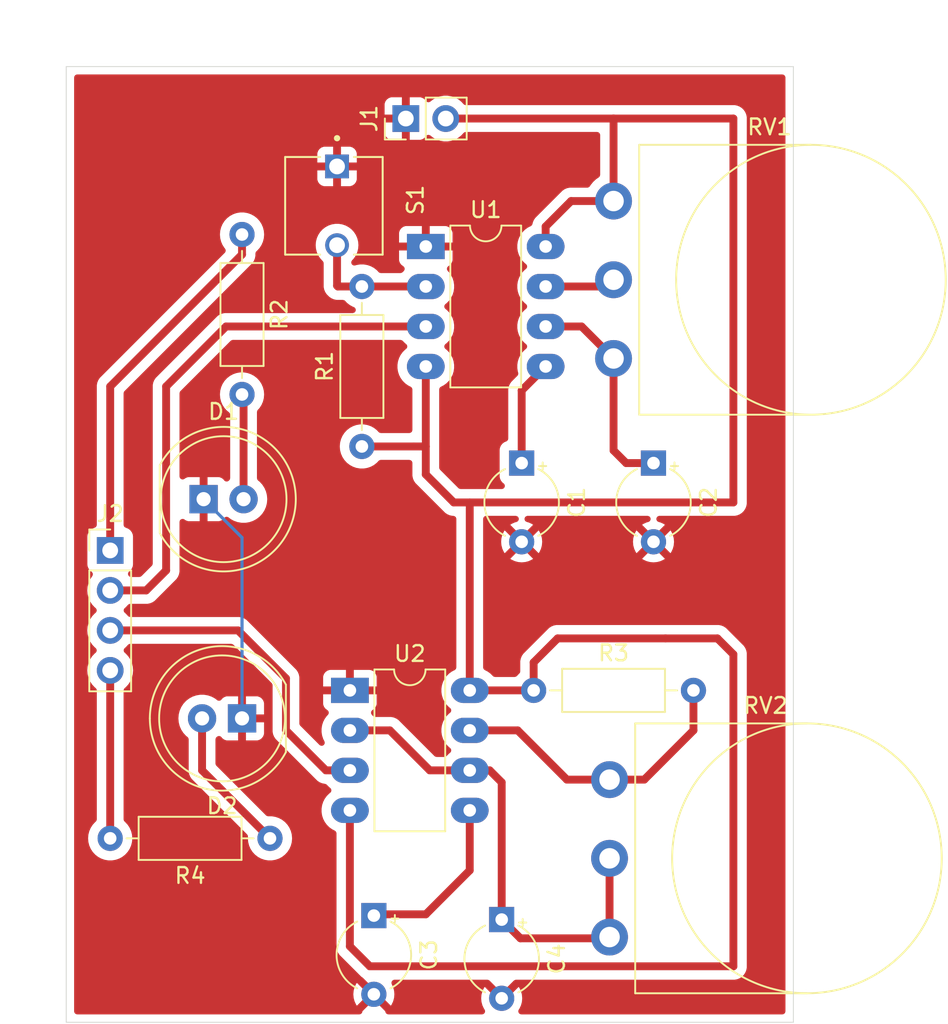
<source format=kicad_pcb>
(kicad_pcb (version 20240108) (generator "pcbnew") (generator_version "8.0")
  (layers (0 "F.Cu" signal) (31 "B.Cu" signal) (34 "B.Paste" user) (35 "F.Paste" user) (36 "B.SilkS" user "B.Silkscreen") (37 "F.SilkS" user "F.Silkscreen") (38 "B.Mask" user) (39 "F.Mask" user) (44 "Edge.Cuts" user))
  (net 0 "")
  (net 1 "VCC")
  (net 2 "GND")
  (net 3 "Net-(U1-DIS)")
  (net 4 "Net-(U2-CV)")
  (net 5 "Net-(U2-THR)")
  (net 6 "Net-(D1-A)")
  (net 7 "Net-(D2-A)")
  (net 8 "AST")
  (net 9 "ASTL")
  (net 10 "MONO")
  (net 11 "MONOL")
  (net 12 "Net-(U2-DIS)")
  (net 13 "Net-(U1-CV)")
  (net 14 "Net-(U1-TR)")
  (footprint "Potentiometer_THT:Potentiometer_Omeg_PC16BU_Vertical" (layer "F.Cu") (at 184.15 32.512)
    (property "Reference" "RV1" (at 9.915 -14.7 0) (layer "F.SilkS"))
    (property "Value" "R_Potentiometer")
    (fp_line (start 1.63 -13.57) (end 1.63 3.57) (stroke (width 0.12)) (layer "F.SilkS"))
    (fp_line (start 1.63 -13.57) (end 12.55 -13.57) (stroke (width 0.12)) (layer "F.SilkS"))
    (fp_line (start 1.63 3.57) (end 12.55 3.57) (stroke (width 0.12)) (layer "F.SilkS"))
    (fp_circle (center 12.55 -5) (end 21.12 -5) (stroke (width 0.12)) (fill none) (layer "F.SilkS"))
    (pad "1" thru_hole circle (at 0 0) (size 2.34 2.34) (drill 1.3) (layers "*.Cu" "*.Mask") (net 3 "Net-(U1-DIS)"))
    (pad "2" thru_hole circle (at 0 -5) (size 2.34 2.34) (drill 1.3) (layers "*.Cu" "*.Mask") (net 3 "Net-(U1-DIS)"))
    (pad "3" thru_hole circle (at 0 -10) (size 2.34 2.34) (drill 1.3) (layers "*.Cu" "*.Mask") (net 1 "VCC"))
  )
  (footprint "Connector_PinHeader_2.54mm:PinHeader_1x02_P2.54mm_Vertical" (layer "F.Cu") (at 170.942 17.272 90)
    (property "Reference" "J1" (at 0 -2.33 90) (layer "F.SilkS"))
    (property "Value" "Conn_01x02_Socket")
    (fp_line (start -1.33 -1.33) (end 0 -1.33) (stroke (width 0.12)) (layer "F.SilkS"))
    (fp_line (start -1.33 0) (end -1.33 -1.33) (stroke (width 0.12)) (layer "F.SilkS"))
    (fp_line (start 1.33 1.27) (end 1.33 3.87) (stroke (width 0.12)) (layer "F.SilkS"))
    (fp_line (start -1.33 1.27) (end 1.33 1.27) (stroke (width 0.12)) (layer "F.SilkS"))
    (fp_line (start -1.33 1.27) (end -1.33 3.87) (stroke (width 0.12)) (layer "F.SilkS"))
    (fp_line (start -1.33 3.87) (end 1.33 3.87) (stroke (width 0.12)) (layer "F.SilkS"))
    (pad "1" thru_hole rect (at 0 0 90) (size 1.7 1.7) (drill 1) (layers "*.Cu" "*.Mask") (net 2 "GND"))
    (pad "2" thru_hole oval (at 0 2.54 90) (size 1.7 1.7) (drill 1) (layers "*.Cu" "*.Mask") (net 1 "VCC"))
  )
  (footprint "Package_DIP:DIP-8_W7.62mm_LongPads" (layer "F.Cu") (at 172.212 25.4)
    (property "Reference" "U1" (at 3.81 -2.33 0) (layer "F.SilkS"))
    (property "Value" "LM555xM")
    (fp_line (start 1.56 -1.33) (end 1.56 8.95) (stroke (width 0.12)) (layer "F.SilkS"))
    (fp_line (start 1.56 8.95) (end 6.06 8.95) (stroke (width 0.12)) (layer "F.SilkS"))
    (fp_line (start 2.81 -1.33) (end 1.56 -1.33) (stroke (width 0.12)) (layer "F.SilkS"))
    (fp_line (start 6.06 -1.33) (end 4.81 -1.33) (stroke (width 0.12)) (layer "F.SilkS"))
    (fp_line (start 6.06 8.95) (end 6.06 -1.33) (stroke (width 0.12)) (layer "F.SilkS"))
    (fp_arc (start 4.81 -1.33) (mid 3.81 -0.33) (end 2.81 -1.33) (stroke (width 0.12)) (layer "F.SilkS"))
    (pad "1" thru_hole rect (at 0 0) (size 2.4 1.6) (drill 0.8) (layers "*.Cu" "*.Mask") (net 2 "GND"))
    (pad "2" thru_hole oval (at 0 2.54) (size 2.4 1.6) (drill 0.8) (layers "*.Cu" "*.Mask") (net 14 "Net-(U1-TR)"))
    (pad "3" thru_hole oval (at 0 5.08) (size 2.4 1.6) (drill 0.8) (layers "*.Cu" "*.Mask") (net 10 "MONO"))
    (pad "4" thru_hole oval (at 0 7.62) (size 2.4 1.6) (drill 0.8) (layers "*.Cu" "*.Mask") (net 1 "VCC"))
    (pad "5" thru_hole oval (at 7.62 7.62) (size 2.4 1.6) (drill 0.8) (layers "*.Cu" "*.Mask") (net 13 "Net-(U1-CV)"))
    (pad "6" thru_hole oval (at 7.62 5.08) (size 2.4 1.6) (drill 0.8) (layers "*.Cu" "*.Mask") (net 3 "Net-(U1-DIS)"))
    (pad "7" thru_hole oval (at 7.62 2.54) (size 2.4 1.6) (drill 0.8) (layers "*.Cu" "*.Mask") (net 3 "Net-(U1-DIS)"))
    (pad "8" thru_hole oval (at 7.62 0) (size 2.4 1.6) (drill 0.8) (layers "*.Cu" "*.Mask") (net 1 "VCC"))
  )
  (footprint "Capacitor_THT:CP_Radial_Tantal_D4.5mm_P5.00mm" (layer "F.Cu") (at 168.91 67.898 -90)
    (property "Reference" "C3" (at 2.5 -3.5 90) (layer "F.SilkS"))
    (property "Value" "C")
    (fp_line (start -0.037288 -1.335) (end 0.412712 -1.335) (stroke (width 0.12)) (layer "F.SilkS"))
    (fp_line (start 0.187712 -1.56) (end 0.187712 -1.11) (stroke (width 0.12)) (layer "F.SilkS"))
    (fp_arc (start 4.619741 1.06) (mid 2.5 2.37) (end 0.380259 1.06) (stroke (width 0.12)) (layer "F.SilkS"))
    (fp_arc (start 0.380259 -1.06) (mid 2.5 -2.37) (end 4.619741 -1.06) (stroke (width 0.12)) (layer "F.SilkS"))
    (pad "1" thru_hole rect (at 0 0 270) (size 1.6 1.6) (drill 0.8) (layers "*.Cu" "*.Mask") (net 4 "Net-(U2-CV)"))
    (pad "2" thru_hole circle (at 5 0 270) (size 1.6 1.6) (drill 0.8) (layers "*.Cu" "*.Mask") (net 2 "GND"))
  )
  (footprint "Resistor_THT:R_Axial_DIN0207_L6.3mm_D2.5mm_P10.16mm_Horizontal" (layer "F.Cu") (at 168.148 38.1 90)
    (property "Reference" "R1" (at 5.08 -2.37 90) (layer "F.SilkS"))
    (property "Value" "R")
    (fp_line (start 8.35 -1.37) (end 1.81 -1.37) (stroke (width 0.12)) (layer "F.SilkS"))
    (fp_line (start 1.81 -1.37) (end 1.81 1.37) (stroke (width 0.12)) (layer "F.SilkS"))
    (fp_line (start 9.12 0) (end 8.35 0) (stroke (width 0.12)) (layer "F.SilkS"))
    (fp_line (start 1.04 0) (end 1.81 0) (stroke (width 0.12)) (layer "F.SilkS"))
    (fp_line (start 8.35 1.37) (end 8.35 -1.37) (stroke (width 0.12)) (layer "F.SilkS"))
    (fp_line (start 1.81 1.37) (end 8.35 1.37) (stroke (width 0.12)) (layer "F.SilkS"))
    (pad "1" thru_hole circle (at 0 0 90) (size 1.6 1.6) (drill 0.8) (layers "*.Cu" "*.Mask") (net 1 "VCC"))
    (pad "2" thru_hole oval (at 10.16 0 90) (size 1.6 1.6) (drill 0.8) (layers "*.Cu" "*.Mask") (net 14 "Net-(U1-TR)"))
  )
  (footprint "LED_THT:LED_D8.0mm" (layer "F.Cu") (at 160.528 55.372 180)
    (property "Reference" "D2" (at 1.27 -5.56 0) (layer "F.SilkS"))
    (property "Value" "LED")
    (fp_line (start -2.79 -2.142) (end -2.79 2.142) (stroke (width 0.12)) (layer "F.SilkS"))
    (fp_arc (start 5.86 -0.000486) (mid 2.373119 4.455472) (end -2.79 2.141145) (stroke (width 0.12)) (layer "F.SilkS"))
    (fp_arc (start -2.79 -2.141145) (mid 2.373119 -4.455472) (end 5.86 0.000486) (stroke (width 0.12)) (layer "F.SilkS"))
    (fp_circle (center 1.27 0) (end 5.27 0) (stroke (width 0.12)) (fill none) (layer "F.SilkS"))
    (pad "1" thru_hole rect (at 0 0 180) (size 1.8 1.8) (drill 0.9) (layers "*.Cu" "*.Mask") (net 2 "GND"))
    (pad "2" thru_hole circle (at 2.54 0 180) (size 1.8 1.8) (drill 0.9) (layers "*.Cu" "*.Mask") (net 7 "Net-(D2-A)"))
  )
  (footprint "TL59NF160Q:SW_TL59NF160Q" (layer "F.Cu") (at 166.57 22.8145 -90)
    (property "Reference" "S1" (at -0.369 -4.985 90) (layer "F.SilkS"))
    (property "Value" "TL59NF160Q")
    (fp_line (start -3.1 3.3) (end -3.1 1.074) (stroke (width 0.127)) (layer "F.SilkS"))
    (fp_line (start 3.1 3.3) (end -3.1 3.3) (stroke (width 0.127)) (layer "F.SilkS"))
    (fp_line (start 3.1 3.3) (end 3.1 1.074) (stroke (width 0.127)) (layer "F.SilkS"))
    (fp_line (start -3.1 -1.074) (end -3.1 -2.9) (stroke (width 0.127)) (layer "F.SilkS"))
    (fp_line (start -3.1 -2.9) (end 3.1 -2.9) (stroke (width 0.127)) (layer "F.SilkS"))
    (fp_line (start 3.1 -2.9) (end 3.1 -1.074) (stroke (width 0.127)) (layer "F.SilkS"))
    (fp_circle (center -4.294 0) (end -4.194 0) (stroke (width 0.2)) (fill none) (layer "F.SilkS"))
    (pad "1" thru_hole rect (at -2.5 0 270) (size 1.508 1.508) (drill 1) (layers "*.Cu" "*.Mask") (net 2 "GND"))
    (pad "2" thru_hole circle (at 2.5 0 270) (size 1.508 1.508) (drill 1) (layers "*.Cu" "*.Mask") (net 14 "Net-(U1-TR)"))
  )
  (footprint "Capacitor_THT:CP_Radial_Tantal_D4.5mm_P5.00mm" (layer "F.Cu") (at 186.69 39.156 -90)
    (property "Reference" "C2" (at 2.5 -3.5 90) (layer "F.SilkS"))
    (property "Value" "C")
    (fp_line (start -0.037288 -1.335) (end 0.412712 -1.335) (stroke (width 0.12)) (layer "F.SilkS"))
    (fp_line (start 0.187712 -1.56) (end 0.187712 -1.11) (stroke (width 0.12)) (layer "F.SilkS"))
    (fp_arc (start 4.619741 1.06) (mid 2.5 2.37) (end 0.380259 1.06) (stroke (width 0.12)) (layer "F.SilkS"))
    (fp_arc (start 0.380259 -1.06) (mid 2.5 -2.37) (end 4.619741 -1.06) (stroke (width 0.12)) (layer "F.SilkS"))
    (pad "1" thru_hole rect (at 0 0 270) (size 1.6 1.6) (drill 0.8) (layers "*.Cu" "*.Mask") (net 3 "Net-(U1-DIS)"))
    (pad "2" thru_hole circle (at 5 0 270) (size 1.6 1.6) (drill 0.8) (layers "*.Cu" "*.Mask") (net 2 "GND"))
  )
  (footprint "Capacitor_THT:CP_Radial_Tantal_D4.5mm_P5.00mm" (layer "F.Cu") (at 177.038 68.152 -90)
    (property "Reference" "C4" (at 2.5 -3.5 90) (layer "F.SilkS"))
    (property "Value" "C")
    (fp_line (start -0.037288 -1.335) (end 0.412712 -1.335) (stroke (width 0.12)) (layer "F.SilkS"))
    (fp_line (start 0.187712 -1.56) (end 0.187712 -1.11) (stroke (width 0.12)) (layer "F.SilkS"))
    (fp_arc (start 4.619741 1.06) (mid 2.5 2.37) (end 0.380259 1.06) (stroke (width 0.12)) (layer "F.SilkS"))
    (fp_arc (start 0.380259 -1.06) (mid 2.5 -2.37) (end 4.619741 -1.06) (stroke (width 0.12)) (layer "F.SilkS"))
    (pad "1" thru_hole rect (at 0 0 270) (size 1.6 1.6) (drill 0.8) (layers "*.Cu" "*.Mask") (net 5 "Net-(U2-THR)"))
    (pad "2" thru_hole circle (at 5 0 270) (size 1.6 1.6) (drill 0.8) (layers "*.Cu" "*.Mask") (net 2 "GND"))
  )
  (footprint "Resistor_THT:R_Axial_DIN0207_L6.3mm_D2.5mm_P10.16mm_Horizontal" (layer "F.Cu") (at 160.528 24.638 -90)
    (property "Reference" "R2" (at 5.08 -2.37 90) (layer "F.SilkS"))
    (property "Value" "R")
    (fp_line (start 1.81 1.37) (end 8.35 1.37) (stroke (width 0.12)) (layer "F.SilkS"))
    (fp_line (start 8.35 1.37) (end 8.35 -1.37) (stroke (width 0.12)) (layer "F.SilkS"))
    (fp_line (start 1.04 0) (end 1.81 0) (stroke (width 0.12)) (layer "F.SilkS"))
    (fp_line (start 9.12 0) (end 8.35 0) (stroke (width 0.12)) (layer "F.SilkS"))
    (fp_line (start 1.81 -1.37) (end 1.81 1.37) (stroke (width 0.12)) (layer "F.SilkS"))
    (fp_line (start 8.35 -1.37) (end 1.81 -1.37) (stroke (width 0.12)) (layer "F.SilkS"))
    (pad "1" thru_hole circle (at 0 0 270) (size 1.6 1.6) (drill 0.8) (layers "*.Cu" "*.Mask") (net 11 "MONOL"))
    (pad "2" thru_hole oval (at 10.16 0 270) (size 1.6 1.6) (drill 0.8) (layers "*.Cu" "*.Mask") (net 6 "Net-(D1-A)"))
  )
  (footprint "Potentiometer_THT:Potentiometer_Omeg_PC16BU_Vertical" (layer "F.Cu") (at 183.896 69.262)
    (property "Reference" "RV2" (at 9.915 -14.7 0) (layer "F.SilkS"))
    (property "Value" "R_Potentiometer")
    (fp_line (start 1.63 -13.57) (end 1.63 3.57) (stroke (width 0.12)) (layer "F.SilkS"))
    (fp_line (start 1.63 -13.57) (end 12.55 -13.57) (stroke (width 0.12)) (layer "F.SilkS"))
    (fp_line (start 1.63 3.57) (end 12.55 3.57) (stroke (width 0.12)) (layer "F.SilkS"))
    (fp_circle (center 12.55 -5) (end 21.12 -5) (stroke (width 0.12)) (fill none) (layer "F.SilkS"))
    (pad "1" thru_hole circle (at 0 0) (size 2.34 2.34) (drill 1.3) (layers "*.Cu" "*.Mask") (net 5 "Net-(U2-THR)"))
    (pad "2" thru_hole circle (at 0 -5) (size 2.34 2.34) (drill 1.3) (layers "*.Cu" "*.Mask") (net 5 "Net-(U2-THR)"))
    (pad "3" thru_hole circle (at 0 -10) (size 2.34 2.34) (drill 1.3) (layers "*.Cu" "*.Mask") (net 12 "Net-(U2-DIS)"))
  )
  (footprint "Package_DIP:DIP-8_W7.62mm_LongPads" (layer "F.Cu") (at 167.386 53.594)
    (property "Reference" "U2" (at 3.81 -2.33 0) (layer "F.SilkS"))
    (property "Value" "LM555xM")
    (fp_line (start 1.56 -1.33) (end 1.56 8.95) (stroke (width 0.12)) (layer "F.SilkS"))
    (fp_line (start 1.56 8.95) (end 6.06 8.95) (stroke (width 0.12)) (layer "F.SilkS"))
    (fp_line (start 2.81 -1.33) (end 1.56 -1.33) (stroke (width 0.12)) (layer "F.SilkS"))
    (fp_line (start 6.06 -1.33) (end 4.81 -1.33) (stroke (width 0.12)) (layer "F.SilkS"))
    (fp_line (start 6.06 8.95) (end 6.06 -1.33) (stroke (width 0.12)) (layer "F.SilkS"))
    (fp_arc (start 4.81 -1.33) (mid 3.81 -0.33) (end 2.81 -1.33) (stroke (width 0.12)) (layer "F.SilkS"))
    (pad "1" thru_hole rect (at 0 0) (size 2.4 1.6) (drill 0.8) (layers "*.Cu" "*.Mask") (net 2 "GND"))
    (pad "2" thru_hole oval (at 0 2.54) (size 2.4 1.6) (drill 0.8) (layers "*.Cu" "*.Mask") (net 5 "Net-(U2-THR)"))
    (pad "3" thru_hole oval (at 0 5.08) (size 2.4 1.6) (drill 0.8) (layers "*.Cu" "*.Mask") (net 8 "AST"))
    (pad "4" thru_hole oval (at 0 7.62) (size 2.4 1.6) (drill 0.8) (layers "*.Cu" "*.Mask") (net 1 "VCC"))
    (pad "5" thru_hole oval (at 7.62 7.62) (size 2.4 1.6) (drill 0.8) (layers "*.Cu" "*.Mask") (net 4 "Net-(U2-CV)"))
    (pad "6" thru_hole oval (at 7.62 5.08) (size 2.4 1.6) (drill 0.8) (layers "*.Cu" "*.Mask") (net 5 "Net-(U2-THR)"))
    (pad "7" thru_hole oval (at 7.62 2.54) (size 2.4 1.6) (drill 0.8) (layers "*.Cu" "*.Mask") (net 12 "Net-(U2-DIS)"))
    (pad "8" thru_hole oval (at 7.62 0) (size 2.4 1.6) (drill 0.8) (layers "*.Cu" "*.Mask") (net 1 "VCC"))
  )
  (footprint "Connector_PinHeader_2.54mm:PinHeader_1x04_P2.54mm_Vertical" (layer "F.Cu") (at 152.146 44.704)
    (property "Reference" "J2" (at 0 -2.33 0) (layer "F.SilkS"))
    (property "Value" "Conn_01x04_Pin")
    (fp_line (start -1.33 -1.33) (end 0 -1.33) (stroke (width 0.12)) (layer "F.SilkS"))
    (fp_line (start -1.33 0) (end -1.33 -1.33) (stroke (width 0.12)) (layer "F.SilkS"))
    (fp_line (start -1.33 1.27) (end -1.33 8.95) (stroke (width 0.12)) (layer "F.SilkS"))
    (fp_line (start -1.33 1.27) (end 1.33 1.27) (stroke (width 0.12)) (layer "F.SilkS"))
    (fp_line (start -1.33 8.95) (end 1.33 8.95) (stroke (width 0.12)) (layer "F.SilkS"))
    (fp_line (start 1.33 1.27) (end 1.33 8.95) (stroke (width 0.12)) (layer "F.SilkS"))
    (pad "1" thru_hole rect (at 0 0) (size 1.7 1.7) (drill 1) (layers "*.Cu" "*.Mask") (net 11 "MONOL"))
    (pad "2" thru_hole oval (at 0 2.54) (size 1.7 1.7) (drill 1) (layers "*.Cu" "*.Mask") (net 10 "MONO"))
    (pad "3" thru_hole oval (at 0 5.08) (size 1.7 1.7) (drill 1) (layers "*.Cu" "*.Mask") (net 8 "AST"))
    (pad "4" thru_hole oval (at 0 7.62) (size 1.7 1.7) (drill 1) (layers "*.Cu" "*.Mask") (net 9 "ASTL"))
  )
  (footprint "Resistor_THT:R_Axial_DIN0207_L6.3mm_D2.5mm_P10.16mm_Horizontal" (layer "F.Cu") (at 179.07 53.594)
    (property "Reference" "R3" (at 5.08 -2.37 0) (layer "F.SilkS"))
    (property "Value" "R")
    (fp_line (start 1.04 0) (end 1.81 0) (stroke (width 0.12)) (layer "F.SilkS"))
    (fp_line (start 1.81 -1.37) (end 1.81 1.37) (stroke (width 0.12)) (layer "F.SilkS"))
    (fp_line (start 1.81 1.37) (end 8.35 1.37) (stroke (width 0.12)) (layer "F.SilkS"))
    (fp_line (start 8.35 -1.37) (end 1.81 -1.37) (stroke (width 0.12)) (layer "F.SilkS"))
    (fp_line (start 8.35 1.37) (end 8.35 -1.37) (stroke (width 0.12)) (layer "F.SilkS"))
    (fp_line (start 9.12 0) (end 8.35 0) (stroke (width 0.12)) (layer "F.SilkS"))
    (pad "1" thru_hole circle (at 0 0) (size 1.6 1.6) (drill 0.8) (layers "*.Cu" "*.Mask") (net 1 "VCC"))
    (pad "2" thru_hole oval (at 10.16 0) (size 1.6 1.6) (drill 0.8) (layers "*.Cu" "*.Mask") (net 12 "Net-(U2-DIS)"))
  )
  (footprint "Resistor_THT:R_Axial_DIN0207_L6.3mm_D2.5mm_P10.16mm_Horizontal" (layer "F.Cu") (at 162.306 62.992 180)
    (property "Reference" "R4" (at 5.08 -2.37 0) (layer "F.SilkS"))
    (property "Value" "R")
    (fp_line (start 9.12 0) (end 8.35 0) (stroke (width 0.12)) (layer "F.SilkS"))
    (fp_line (start 8.35 1.37) (end 8.35 -1.37) (stroke (width 0.12)) (layer "F.SilkS"))
    (fp_line (start 8.35 -1.37) (end 1.81 -1.37) (stroke (width 0.12)) (layer "F.SilkS"))
    (fp_line (start 1.81 1.37) (end 8.35 1.37) (stroke (width 0.12)) (layer "F.SilkS"))
    (fp_line (start 1.81 -1.37) (end 1.81 1.37) (stroke (width 0.12)) (layer "F.SilkS"))
    (fp_line (start 1.04 0) (end 1.81 0) (stroke (width 0.12)) (layer "F.SilkS"))
    (pad "1" thru_hole circle (at 0 0 180) (size 1.6 1.6) (drill 0.8) (layers "*.Cu" "*.Mask") (net 7 "Net-(D2-A)"))
    (pad "2" thru_hole oval (at 10.16 0 180) (size 1.6 1.6) (drill 0.8) (layers "*.Cu" "*.Mask") (net 9 "ASTL"))
  )
  (footprint "Capacitor_THT:CP_Radial_Tantal_D4.5mm_P5.00mm" (layer "F.Cu") (at 178.308 39.156 -90)
    (property "Reference" "C1" (at 2.5 -3.5 90) (layer "F.SilkS"))
    (property "Value" "C")
    (fp_line (start -0.037288 -1.335) (end 0.412712 -1.335) (stroke (width 0.12)) (layer "F.SilkS"))
    (fp_line (start 0.187712 -1.56) (end 0.187712 -1.11) (stroke (width 0.12)) (layer "F.SilkS"))
    (fp_arc (start 4.619741 1.06) (mid 2.5 2.37) (end 0.380259 1.06) (stroke (width 0.12)) (layer "F.SilkS"))
    (fp_arc (start 0.380259 -1.06) (mid 2.5 -2.37) (end 4.619741 -1.06) (stroke (width 0.12)) (layer "F.SilkS"))
    (pad "1" thru_hole rect (at 0 0 270) (size 1.6 1.6) (drill 0.8) (layers "*.Cu" "*.Mask") (net 13 "Net-(U1-CV)"))
    (pad "2" thru_hole circle (at 5 0 270) (size 1.6 1.6) (drill 0.8) (layers "*.Cu" "*.Mask") (net 2 "GND"))
  )
  (footprint "LED_THT:LED_D8.0mm" (layer "F.Cu") (at 158.086 41.448)
    (property "Reference" "D1" (at 1.27 -5.56 0) (layer "F.SilkS"))
    (property "Value" "LED")
    (fp_line (start -2.79 -2.142) (end -2.79 2.142) (stroke (width 0.12)) (layer "F.SilkS"))
    (fp_arc (start -2.79 -2.141145) (mid 2.373119 -4.455472) (end 5.86 0.000486) (stroke (width 0.12)) (layer "F.SilkS"))
    (fp_arc (start 5.86 -0.000486) (mid 2.373119 4.455472) (end -2.79 2.141145) (stroke (width 0.12)) (layer "F.SilkS"))
    (fp_circle (center 1.27 0) (end 5.27 0) (stroke (width 0.12)) (fill none) (layer "F.SilkS"))
    (pad "1" thru_hole rect (at 0 0) (size 1.8 1.8) (drill 0.9) (layers "*.Cu" "*.Mask") (net 2 "GND"))
    (pad "2" thru_hole circle (at 2.54 0) (size 1.8 1.8) (drill 0.9) (layers "*.Cu" "*.Mask") (net 6 "Net-(D1-A)"))
  )
  (gr_line (start 149.352 74.676) (end 195.58 74.676) (stroke (width 0.05)) (layer "Edge.Cuts"))
  (gr_line (start 195.58 13.97) (end 149.352 13.97) (stroke (width 0.05)) (layer "Edge.Cuts"))
  (gr_line (start 149.352 13.97) (end 149.352 74.676) (stroke (width 0.05)) (layer "Edge.Cuts"))
  (gr_line (start 195.58 74.676) (end 195.58 13.97) (stroke (width 0.05)) (layer "Edge.Cuts"))
  (segment (start 191.77 41.656) (end 175.006 41.656) (width 0.5) (layer "F.Cu") (net 1))
  (segment (start 184.15 22.512) (end 184.15 17.272) (width 0.5) (layer "F.Cu") (net 1))
  (segment (start 167.386 69.85) (end 168.656 71.12) (width 0.5) (layer "F.Cu") (net 1))
  (segment (start 179.07 51.816) (end 179.07 53.594) (width 0.5) (layer "F.Cu") (net 1))
  (segment (start 191.77 51.308) (end 190.754 50.292) (width 0.5) (layer "F.Cu") (net 1))
  (segment (start 172.212 38.1) (end 171.45 38.1) (width 0.5) (layer "F.Cu") (net 1))
  (segment (start 191.77 71.12) (end 191.77 51.308) (width 0.5) (layer "F.Cu") (net 1))
  (segment (start 181.45 22.512) (end 179.832 24.13) (width 0.5) (layer "F.Cu") (net 1))
  (segment (start 175.006 53.594) (end 179.07 53.594) (width 0.5) (layer "F.Cu") (net 1))
  (segment (start 172.212 33.02) (end 172.212 38.1) (width 0.5) (layer "F.Cu") (net 1))
  (segment (start 173.99 41.656) (end 172.212 39.878) (width 0.5) (layer "F.Cu") (net 1))
  (segment (start 168.656 71.12) (end 191.77 71.12) (width 0.5) (layer "F.Cu") (net 1))
  (segment (start 187.452 50.292) (end 180.594 50.292) (width 0.5) (layer "F.Cu") (net 1))
  (segment (start 190.754 50.292) (end 187.452 50.292) (width 0.5) (layer "F.Cu") (net 1))
  (segment (start 179.832 24.13) (end 179.832 25.4) (width 0.5) (layer "F.Cu") (net 1))
  (segment (start 191.77 17.272) (end 191.77 41.656) (width 0.5) (layer "F.Cu") (net 1))
  (segment (start 172.212 39.878) (end 172.212 38.1) (width 0.5) (layer "F.Cu") (net 1))
  (segment (start 184.15 22.512) (end 181.45 22.512) (width 0.5) (layer "F.Cu") (net 1))
  (segment (start 180.594 50.292) (end 179.07 51.816) (width 0.5) (layer "F.Cu") (net 1))
  (segment (start 175.006 41.656) (end 173.99 41.656) (width 0.5) (layer "F.Cu") (net 1))
  (segment (start 175.006 53.594) (end 175.006 41.656) (width 0.5) (layer "F.Cu") (net 1))
  (segment (start 171.45 38.1) (end 168.148 38.1) (width 0.5) (layer "F.Cu") (net 1))
  (segment (start 184.15 17.272) (end 191.77 17.272) (width 0.5) (layer "F.Cu") (net 1))
  (segment (start 173.482 17.272) (end 184.15 17.272) (width 0.5) (layer "F.Cu") (net 1))
  (segment (start 167.386 61.214) (end 167.386 69.85) (width 0.5) (layer "F.Cu") (net 1))
  (segment (start 160.528 55.372) (end 160.528 43.89) (width 0.2) (layer "B.Cu") (net 2))
  (segment (start 160.528 43.89) (end 158.086 41.448) (width 0.2) (layer "B.Cu") (net 2))
  (segment (start 183.722 27.94) (end 179.832 27.94) (width 0.5) (layer "F.Cu") (net 3))
  (segment (start 182.118 30.48) (end 184.15 32.512) (width 0.5) (layer "F.Cu") (net 3))
  (segment (start 184.15 27.512) (end 183.722 27.94) (width 0.5) (layer "F.Cu") (net 3))
  (segment (start 179.832 30.48) (end 182.118 30.48) (width 0.5) (layer "F.Cu") (net 3))
  (segment (start 184.952 39.156) (end 186.69 39.156) (width 0.5) (layer "F.Cu") (net 3))
  (segment (start 184.15 38.354) (end 184.952 39.156) (width 0.5) (layer "F.Cu") (net 3))
  (segment (start 184.15 32.512) (end 184.15 38.354) (width 0.5) (layer "F.Cu") (net 3))
  (segment (start 168.99 67.818) (end 172.212 67.818) (width 0.5) (layer "F.Cu") (net 4))
  (segment (start 172.212 67.818) (end 175.006 65.024) (width 0.5) (layer "F.Cu") (net 4))
  (segment (start 168.91 67.898) (end 168.99 67.818) (width 0.5) (layer "F.Cu") (net 4))
  (segment (start 175.006 65.024) (end 175.006 61.214) (width 0.5) (layer "F.Cu") (net 4))
  (segment (start 169.926 56.134) (end 172.466 58.674) (width 0.5) (layer "F.Cu") (net 5))
  (segment (start 183.896 69.262) (end 183.816 69.342) (width 0.5) (layer "F.Cu") (net 5))
  (segment (start 176.276 58.674) (end 175.006 58.674) (width 0.5) (layer "F.Cu") (net 5))
  (segment (start 177.038 68.152) (end 177.038 59.436) (width 0.5) (layer "F.Cu") (net 5))
  (segment (start 178.228 69.342) (end 177.038 68.152) (width 0.5) (layer "F.Cu") (net 5))
  (segment (start 183.816 69.342) (end 178.228 69.342) (width 0.5) (layer "F.Cu") (net 5))
  (segment (start 177.038 59.436) (end 176.276 58.674) (width 0.5) (layer "F.Cu") (net 5))
  (segment (start 172.466 58.674) (end 175.006 58.674) (width 0.5) (layer "F.Cu") (net 5))
  (segment (start 167.386 56.134) (end 169.926 56.134) (width 0.5) (layer "F.Cu") (net 5))
  (segment (start 183.896 64.262) (end 183.896 69.262) (width 0.5) (layer "F.Cu") (net 5))
  (segment (start 160.528 34.798) (end 160.528 35.052) (width 0.5) (layer "F.Cu") (net 6))
  (segment (start 160.626 35.15) (end 160.626 41.448) (width 0.5) (layer "F.Cu") (net 6))
  (segment (start 160.528 35.052) (end 160.626 35.15) (width 0.5) (layer "F.Cu") (net 6))
  (segment (start 157.988 55.372) (end 157.988 58.674) (width 0.5) (layer "F.Cu") (net 7))
  (segment (start 157.988 58.674) (end 162.306 62.992) (width 0.5) (layer "F.Cu") (net 7))
  (segment (start 160.274 49.784) (end 152.146 49.784) (width 0.5) (layer "F.Cu") (net 8))
  (segment (start 163.322 52.832) (end 160.274 49.784) (width 0.5) (layer "F.Cu") (net 8))
  (segment (start 167.386 58.674) (end 165.862 58.674) (width 0.5) (layer "F.Cu") (net 8))
  (segment (start 163.322 56.134) (end 163.322 52.832) (width 0.5) (layer "F.Cu") (net 8))
  (segment (start 165.862 58.674) (end 163.322 56.134) (width 0.5) (layer "F.Cu") (net 8))
  (segment (start 152.146 52.324) (end 152.146 62.992) (width 0.5) (layer "F.Cu") (net 9))
  (segment (start 155.702 45.974) (end 154.432 47.244) (width 0.5) (layer "F.Cu") (net 10))
  (segment (start 155.702 34.29) (end 155.702 45.974) (width 0.5) (layer "F.Cu") (net 10))
  (segment (start 154.432 47.244) (end 152.146 47.244) (width 0.5) (layer "F.Cu") (net 10))
  (segment (start 172.212 30.48) (end 159.512 30.48) (width 0.5) (layer "F.Cu") (net 10))
  (segment (start 159.512 30.48) (end 155.702 34.29) (width 0.5) (layer "F.Cu") (net 10))
  (segment (start 152.146 44.704) (end 152.146 34.29) (width 0.5) (layer "F.Cu") (net 11))
  (segment (start 160.528 25.908) (end 160.528 24.638) (width 0.5) (layer "F.Cu") (net 11))
  (segment (start 152.146 34.29) (end 160.528 25.908) (width 0.5) (layer "F.Cu") (net 11))
  (segment (start 189.23 56.134) (end 186.102 59.262) (width 0.5) (layer "F.Cu") (net 12))
  (segment (start 178.054 56.134) (end 181.182 59.262) (width 0.5) (layer "F.Cu") (net 12))
  (segment (start 181.182 59.262) (end 183.896 59.262) (width 0.5) (layer "F.Cu") (net 12))
  (segment (start 175.006 56.134) (end 178.054 56.134) (width 0.5) (layer "F.Cu") (net 12))
  (segment (start 186.102 59.262) (end 183.896 59.262) (width 0.5) (layer "F.Cu") (net 12))
  (segment (start 189.23 53.594) (end 189.23 56.134) (width 0.5) (layer "F.Cu") (net 12))
  (segment (start 178.308 34.544) (end 179.832 33.02) (width 0.5) (layer "F.Cu") (net 13))
  (segment (start 178.308 39.156) (end 178.308 34.544) (width 0.5) (layer "F.Cu") (net 13))
  (segment (start 166.57 27.886) (end 166.624 27.94) (width 0.5) (layer "F.Cu") (net 14))
  (segment (start 166.624 27.94) (end 168.148 27.94) (width 0.5) (layer "F.Cu") (net 14))
  (segment (start 166.57 25.3145) (end 166.57 27.886) (width 0.5) (layer "F.Cu") (net 14))
  (segment (start 172.212 27.94) (end 168.148 27.94) (width 0.5) (layer "F.Cu") (net 14))
  (zone (net 2) (net_name "GND") (layer "F.Cu") (connect_pads (clearance 0.6)) (min_thickness 0.4) (fill yes (thermal_gap 0.5) (thermal_bridge_width 0.5))
    (polygon (pts (xy 149.352 13.97) (xy 149.352 74.676) (xy 195.58 74.676) (xy 195.58 13.97)))
  )
)
</source>
